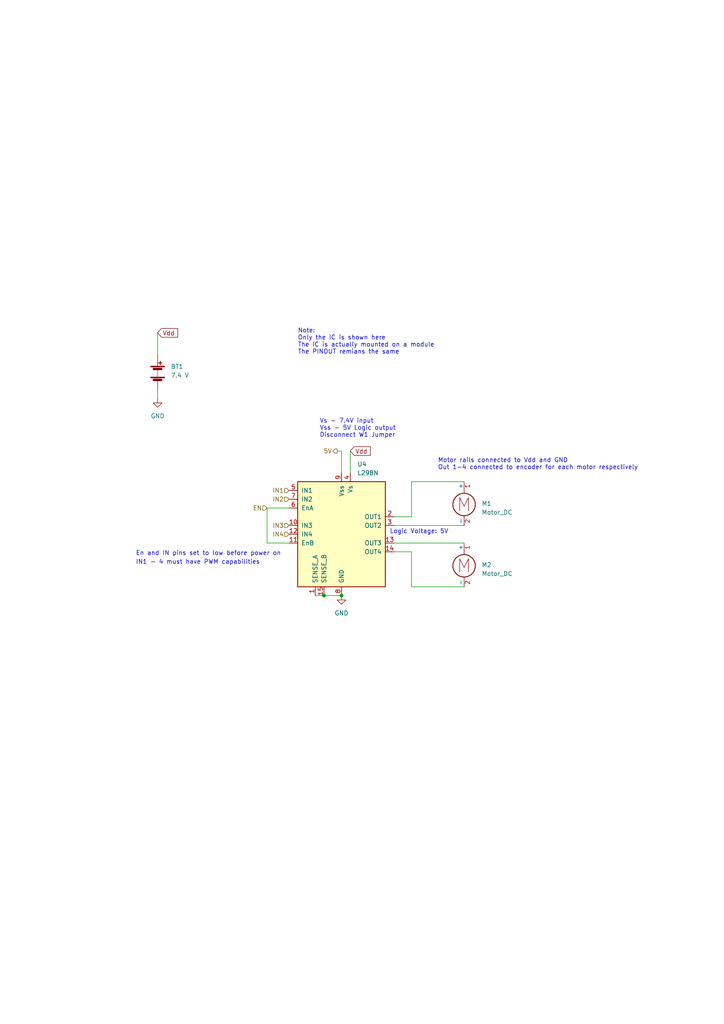
<source format=kicad_sch>
(kicad_sch (version 20211123) (generator eeschema)

  (uuid 3ada0022-6f16-4b20-9695-cabc11f2e01f)

  (paper "A4" portrait)

  (title_block
    (title "Electromechanical Subsystem")
    (date "2023-08-06")
    (rev "v1.0")
    (comment 2 "EEE3099F")
    (comment 3 "University of Cape Town")
    (comment 4 "Friso Vijverberg")
  )

  (lib_symbols
    (symbol "Device:Battery" (pin_numbers hide) (pin_names (offset 0) hide) (in_bom yes) (on_board yes)
      (property "Reference" "BT" (id 0) (at 2.54 2.54 0)
        (effects (font (size 1.27 1.27)) (justify left))
      )
      (property "Value" "Battery" (id 1) (at 2.54 0 0)
        (effects (font (size 1.27 1.27)) (justify left))
      )
      (property "Footprint" "" (id 2) (at 0 1.524 90)
        (effects (font (size 1.27 1.27)) hide)
      )
      (property "Datasheet" "~" (id 3) (at 0 1.524 90)
        (effects (font (size 1.27 1.27)) hide)
      )
      (property "ki_keywords" "batt voltage-source cell" (id 4) (at 0 0 0)
        (effects (font (size 1.27 1.27)) hide)
      )
      (property "ki_description" "Multiple-cell battery" (id 5) (at 0 0 0)
        (effects (font (size 1.27 1.27)) hide)
      )
      (symbol "Battery_0_1"
        (rectangle (start -2.032 -1.397) (end 2.032 -1.651)
          (stroke (width 0) (type default) (color 0 0 0 0))
          (fill (type outline))
        )
        (rectangle (start -2.032 1.778) (end 2.032 1.524)
          (stroke (width 0) (type default) (color 0 0 0 0))
          (fill (type outline))
        )
        (rectangle (start -1.3208 -1.9812) (end 1.27 -2.4892)
          (stroke (width 0) (type default) (color 0 0 0 0))
          (fill (type outline))
        )
        (rectangle (start -1.3208 1.1938) (end 1.27 0.6858)
          (stroke (width 0) (type default) (color 0 0 0 0))
          (fill (type outline))
        )
        (polyline
          (pts
            (xy 0 -1.524)
            (xy 0 -1.27)
          )
          (stroke (width 0) (type default) (color 0 0 0 0))
          (fill (type none))
        )
        (polyline
          (pts
            (xy 0 -1.016)
            (xy 0 -0.762)
          )
          (stroke (width 0) (type default) (color 0 0 0 0))
          (fill (type none))
        )
        (polyline
          (pts
            (xy 0 -0.508)
            (xy 0 -0.254)
          )
          (stroke (width 0) (type default) (color 0 0 0 0))
          (fill (type none))
        )
        (polyline
          (pts
            (xy 0 0)
            (xy 0 0.254)
          )
          (stroke (width 0) (type default) (color 0 0 0 0))
          (fill (type none))
        )
        (polyline
          (pts
            (xy 0 0.508)
            (xy 0 0.762)
          )
          (stroke (width 0) (type default) (color 0 0 0 0))
          (fill (type none))
        )
        (polyline
          (pts
            (xy 0 1.778)
            (xy 0 2.54)
          )
          (stroke (width 0) (type default) (color 0 0 0 0))
          (fill (type none))
        )
        (polyline
          (pts
            (xy 0.254 2.667)
            (xy 1.27 2.667)
          )
          (stroke (width 0.254) (type default) (color 0 0 0 0))
          (fill (type none))
        )
        (polyline
          (pts
            (xy 0.762 3.175)
            (xy 0.762 2.159)
          )
          (stroke (width 0.254) (type default) (color 0 0 0 0))
          (fill (type none))
        )
      )
      (symbol "Battery_1_1"
        (pin passive line (at 0 5.08 270) (length 2.54)
          (name "+" (effects (font (size 1.27 1.27))))
          (number "1" (effects (font (size 1.27 1.27))))
        )
        (pin passive line (at 0 -5.08 90) (length 2.54)
          (name "-" (effects (font (size 1.27 1.27))))
          (number "2" (effects (font (size 1.27 1.27))))
        )
      )
    )
    (symbol "Driver_Motor:L298N" (pin_names (offset 1.016)) (in_bom yes) (on_board yes)
      (property "Reference" "U" (id 0) (at -10.16 16.51 0)
        (effects (font (size 1.27 1.27)) (justify right))
      )
      (property "Value" "L298N" (id 1) (at 12.7 16.51 0)
        (effects (font (size 1.27 1.27)) (justify right))
      )
      (property "Footprint" "Package_TO_SOT_THT:TO-220-15_P2.54x2.54mm_StaggerOdd_Lead4.58mm_Vertical" (id 2) (at 1.27 -16.51 0)
        (effects (font (size 1.27 1.27)) (justify left) hide)
      )
      (property "Datasheet" "http://www.st.com/st-web-ui/static/active/en/resource/technical/document/datasheet/CD00000240.pdf" (id 3) (at 3.81 6.35 0)
        (effects (font (size 1.27 1.27)) hide)
      )
      (property "ki_keywords" "H-bridge motor driver" (id 4) (at 0 0 0)
        (effects (font (size 1.27 1.27)) hide)
      )
      (property "ki_description" "Dual full bridge motor driver, up to 46V, 4A, Multiwatt15-V" (id 5) (at 0 0 0)
        (effects (font (size 1.27 1.27)) hide)
      )
      (property "ki_fp_filters" "TO?220*StaggerOdd*Vertical*" (id 6) (at 0 0 0)
        (effects (font (size 1.27 1.27)) hide)
      )
      (symbol "L298N_0_1"
        (rectangle (start -12.7 15.24) (end 12.7 -15.24)
          (stroke (width 0.254) (type default) (color 0 0 0 0))
          (fill (type background))
        )
      )
      (symbol "L298N_1_1"
        (pin power_in line (at -7.62 -17.78 90) (length 2.54)
          (name "SENSE_A" (effects (font (size 1.27 1.27))))
          (number "1" (effects (font (size 1.27 1.27))))
        )
        (pin input line (at -15.24 2.54 0) (length 2.54)
          (name "IN3" (effects (font (size 1.27 1.27))))
          (number "10" (effects (font (size 1.27 1.27))))
        )
        (pin input line (at -15.24 -2.54 0) (length 2.54)
          (name "EnB" (effects (font (size 1.27 1.27))))
          (number "11" (effects (font (size 1.27 1.27))))
        )
        (pin input line (at -15.24 0 0) (length 2.54)
          (name "IN4" (effects (font (size 1.27 1.27))))
          (number "12" (effects (font (size 1.27 1.27))))
        )
        (pin output line (at 15.24 -2.54 180) (length 2.54)
          (name "OUT3" (effects (font (size 1.27 1.27))))
          (number "13" (effects (font (size 1.27 1.27))))
        )
        (pin output line (at 15.24 -5.08 180) (length 2.54)
          (name "OUT4" (effects (font (size 1.27 1.27))))
          (number "14" (effects (font (size 1.27 1.27))))
        )
        (pin power_in line (at -5.08 -17.78 90) (length 2.54)
          (name "SENSE_B" (effects (font (size 1.27 1.27))))
          (number "15" (effects (font (size 1.27 1.27))))
        )
        (pin output line (at 15.24 5.08 180) (length 2.54)
          (name "OUT1" (effects (font (size 1.27 1.27))))
          (number "2" (effects (font (size 1.27 1.27))))
        )
        (pin output line (at 15.24 2.54 180) (length 2.54)
          (name "OUT2" (effects (font (size 1.27 1.27))))
          (number "3" (effects (font (size 1.27 1.27))))
        )
        (pin power_in line (at 2.54 17.78 270) (length 2.54)
          (name "Vs" (effects (font (size 1.27 1.27))))
          (number "4" (effects (font (size 1.27 1.27))))
        )
        (pin input line (at -15.24 12.7 0) (length 2.54)
          (name "IN1" (effects (font (size 1.27 1.27))))
          (number "5" (effects (font (size 1.27 1.27))))
        )
        (pin input line (at -15.24 7.62 0) (length 2.54)
          (name "EnA" (effects (font (size 1.27 1.27))))
          (number "6" (effects (font (size 1.27 1.27))))
        )
        (pin input line (at -15.24 10.16 0) (length 2.54)
          (name "IN2" (effects (font (size 1.27 1.27))))
          (number "7" (effects (font (size 1.27 1.27))))
        )
        (pin power_in line (at 0 -17.78 90) (length 2.54)
          (name "GND" (effects (font (size 1.27 1.27))))
          (number "8" (effects (font (size 1.27 1.27))))
        )
        (pin power_in line (at 0 17.78 270) (length 2.54)
          (name "Vss" (effects (font (size 1.27 1.27))))
          (number "9" (effects (font (size 1.27 1.27))))
        )
      )
    )
    (symbol "Motor:Motor_DC" (pin_names (offset 0)) (in_bom yes) (on_board yes)
      (property "Reference" "M" (id 0) (at 2.54 2.54 0)
        (effects (font (size 1.27 1.27)) (justify left))
      )
      (property "Value" "Motor_DC" (id 1) (at 2.54 -5.08 0)
        (effects (font (size 1.27 1.27)) (justify left top))
      )
      (property "Footprint" "" (id 2) (at 0 -2.286 0)
        (effects (font (size 1.27 1.27)) hide)
      )
      (property "Datasheet" "~" (id 3) (at 0 -2.286 0)
        (effects (font (size 1.27 1.27)) hide)
      )
      (property "ki_keywords" "DC Motor" (id 4) (at 0 0 0)
        (effects (font (size 1.27 1.27)) hide)
      )
      (property "ki_description" "DC Motor" (id 5) (at 0 0 0)
        (effects (font (size 1.27 1.27)) hide)
      )
      (property "ki_fp_filters" "PinHeader*P2.54mm* TerminalBlock*" (id 6) (at 0 0 0)
        (effects (font (size 1.27 1.27)) hide)
      )
      (symbol "Motor_DC_0_0"
        (polyline
          (pts
            (xy -1.27 -3.302)
            (xy -1.27 0.508)
            (xy 0 -2.032)
            (xy 1.27 0.508)
            (xy 1.27 -3.302)
          )
          (stroke (width 0) (type default) (color 0 0 0 0))
          (fill (type none))
        )
      )
      (symbol "Motor_DC_0_1"
        (circle (center 0 -1.524) (radius 3.2512)
          (stroke (width 0.254) (type default) (color 0 0 0 0))
          (fill (type none))
        )
        (polyline
          (pts
            (xy 0 -7.62)
            (xy 0 -7.112)
          )
          (stroke (width 0) (type default) (color 0 0 0 0))
          (fill (type none))
        )
        (polyline
          (pts
            (xy 0 -4.7752)
            (xy 0 -5.1816)
          )
          (stroke (width 0) (type default) (color 0 0 0 0))
          (fill (type none))
        )
        (polyline
          (pts
            (xy 0 1.7272)
            (xy 0 2.0828)
          )
          (stroke (width 0) (type default) (color 0 0 0 0))
          (fill (type none))
        )
        (polyline
          (pts
            (xy 0 2.032)
            (xy 0 2.54)
          )
          (stroke (width 0) (type default) (color 0 0 0 0))
          (fill (type none))
        )
      )
      (symbol "Motor_DC_1_1"
        (pin passive line (at 0 5.08 270) (length 2.54)
          (name "+" (effects (font (size 1.27 1.27))))
          (number "1" (effects (font (size 1.27 1.27))))
        )
        (pin passive line (at 0 -7.62 90) (length 2.54)
          (name "-" (effects (font (size 1.27 1.27))))
          (number "2" (effects (font (size 1.27 1.27))))
        )
      )
    )
    (symbol "power:GND" (power) (pin_names (offset 0)) (in_bom yes) (on_board yes)
      (property "Reference" "#PWR" (id 0) (at 0 -6.35 0)
        (effects (font (size 1.27 1.27)) hide)
      )
      (property "Value" "GND" (id 1) (at 0 -3.81 0)
        (effects (font (size 1.27 1.27)))
      )
      (property "Footprint" "" (id 2) (at 0 0 0)
        (effects (font (size 1.27 1.27)) hide)
      )
      (property "Datasheet" "" (id 3) (at 0 0 0)
        (effects (font (size 1.27 1.27)) hide)
      )
      (property "ki_keywords" "power-flag" (id 4) (at 0 0 0)
        (effects (font (size 1.27 1.27)) hide)
      )
      (property "ki_description" "Power symbol creates a global label with name \"GND\" , ground" (id 5) (at 0 0 0)
        (effects (font (size 1.27 1.27)) hide)
      )
      (symbol "GND_0_1"
        (polyline
          (pts
            (xy 0 0)
            (xy 0 -1.27)
            (xy 1.27 -1.27)
            (xy 0 -2.54)
            (xy -1.27 -1.27)
            (xy 0 -1.27)
          )
          (stroke (width 0) (type default) (color 0 0 0 0))
          (fill (type none))
        )
      )
      (symbol "GND_1_1"
        (pin power_in line (at 0 0 270) (length 0) hide
          (name "GND" (effects (font (size 1.27 1.27))))
          (number "1" (effects (font (size 1.27 1.27))))
        )
      )
    )
  )

  (junction (at 93.98 172.72) (diameter 0) (color 0 0 0 0)
    (uuid 1b738344-1347-4279-93e5-08442bcfc296)
  )
  (junction (at 99.06 172.72) (diameter 0) (color 0 0 0 0)
    (uuid 483356a4-7bf3-4eb9-b476-acb78114473c)
  )

  (wire (pts (xy 114.3 157.48) (xy 134.62 157.48))
    (stroke (width 0) (type default) (color 0 0 0 0))
    (uuid 08c6c46d-a671-4ef4-b45e-b6f55f122948)
  )
  (wire (pts (xy 114.3 160.02) (xy 119.38 160.02))
    (stroke (width 0) (type default) (color 0 0 0 0))
    (uuid 195c919e-f914-451f-b143-15ecd1c59282)
  )
  (wire (pts (xy 91.44 172.72) (xy 93.98 172.72))
    (stroke (width 0) (type default) (color 0 0 0 0))
    (uuid 33c0956f-11f0-4cb6-994f-4de90af0af63)
  )
  (wire (pts (xy 119.38 139.7) (xy 134.62 139.7))
    (stroke (width 0) (type default) (color 0 0 0 0))
    (uuid 42582aeb-a675-45aa-8393-eed21eeec44a)
  )
  (wire (pts (xy 97.79 130.81) (xy 99.06 130.81))
    (stroke (width 0) (type default) (color 0 0 0 0))
    (uuid 42d19d06-7af5-4477-8ec3-1790763b9176)
  )
  (wire (pts (xy 99.06 130.81) (xy 99.06 137.16))
    (stroke (width 0) (type default) (color 0 0 0 0))
    (uuid 64b02ffc-1b2a-45d9-bed5-d17cdce92c9a)
  )
  (wire (pts (xy 114.3 152.4) (xy 134.62 152.4))
    (stroke (width 0) (type default) (color 0 0 0 0))
    (uuid 7c291294-b302-4add-93a4-9066c2df905f)
  )
  (wire (pts (xy 93.98 172.72) (xy 99.06 172.72))
    (stroke (width 0) (type default) (color 0 0 0 0))
    (uuid 8abf0a0f-d7c3-4f2e-9d2d-a790aeb265ce)
  )
  (wire (pts (xy 134.62 170.18) (xy 119.38 170.18))
    (stroke (width 0) (type default) (color 0 0 0 0))
    (uuid b78376c4-90d8-4ac3-b699-e38bb9783d82)
  )
  (wire (pts (xy 119.38 170.18) (xy 119.38 160.02))
    (stroke (width 0) (type default) (color 0 0 0 0))
    (uuid bcd0b5e4-443b-4609-a5e8-ba80fd185ca9)
  )
  (wire (pts (xy 101.6 130.81) (xy 101.6 137.16))
    (stroke (width 0) (type default) (color 0 0 0 0))
    (uuid be6d243b-2678-442f-bc5c-46de5fa89ee6)
  )
  (wire (pts (xy 119.38 149.86) (xy 119.38 139.7))
    (stroke (width 0) (type default) (color 0 0 0 0))
    (uuid c6eaf811-4290-4df8-a313-696a209095a9)
  )
  (wire (pts (xy 45.72 113.03) (xy 45.72 115.57))
    (stroke (width 0) (type default) (color 0 0 0 0))
    (uuid d766289a-2c14-45a1-8ccb-8f4cc3530d31)
  )
  (wire (pts (xy 77.47 157.48) (xy 83.82 157.48))
    (stroke (width 0) (type default) (color 0 0 0 0))
    (uuid e05d308f-b176-4464-93f4-087360e9c7de)
  )
  (wire (pts (xy 77.47 147.32) (xy 77.47 157.48))
    (stroke (width 0) (type default) (color 0 0 0 0))
    (uuid f037fe8b-137e-4344-bbc7-2b83bd49fcce)
  )
  (wire (pts (xy 45.72 96.52) (xy 45.72 102.87))
    (stroke (width 0) (type default) (color 0 0 0 0))
    (uuid fb29dbe8-371a-42c7-ad8c-442a62619911)
  )
  (wire (pts (xy 77.47 147.32) (xy 83.82 147.32))
    (stroke (width 0) (type default) (color 0 0 0 0))
    (uuid ff2511e7-0d2d-4e1d-b63b-c44140f423f1)
  )
  (wire (pts (xy 114.3 149.86) (xy 119.38 149.86))
    (stroke (width 0) (type default) (color 0 0 0 0))
    (uuid ff5541de-a841-4a7a-82ac-3d449d67498f)
  )

  (text "IN1 - 4 must have PWM capabilities\n" (at 39.37 163.83 0)
    (effects (font (size 1.27 1.27)) (justify left bottom))
    (uuid 13ef9c1a-ca8c-464b-9308-19914287b515)
  )
  (text "En and IN pins set to low before power on\n" (at 39.37 161.29 0)
    (effects (font (size 1.27 1.27)) (justify left bottom))
    (uuid 347be2d0-e239-45fe-b4af-d32554aa0a67)
  )
  (text "Logic Voltage: 5V\n" (at 113.03 154.94 0)
    (effects (font (size 1.27 1.27)) (justify left bottom))
    (uuid 551bffdd-522c-4220-aa19-bb974fcb0f21)
  )
  (text "Vs - 7.4V input\nVss - 5V Logic output\nDisconnect W1 Jumper\n"
    (at 92.71 127 0)
    (effects (font (size 1.27 1.27)) (justify left bottom))
    (uuid 77b58def-02a4-4e93-9df4-c00dd20b3045)
  )
  (text "Motor rails connected to Vdd and GND\nOut 1-4 connected to encoder for each motor respectively\n\n"
    (at 127 138.43 0)
    (effects (font (size 1.27 1.27)) (justify left bottom))
    (uuid e1a32b98-8ca9-4fff-8d53-808b5829ef41)
  )
  (text "Note: \nOnly the IC is shown here\nThe IC is actually mounted on a module\nThe PINOUT remians the same"
    (at 86.36 102.87 0)
    (effects (font (size 1.27 1.27)) (justify left bottom))
    (uuid fe7b12f8-3958-48c4-9cce-6da0a506abd7)
  )

  (global_label "Vdd" (shape input) (at 101.6 130.81 0) (fields_autoplaced)
    (effects (font (size 1.27 1.27)) (justify left))
    (uuid 23aff399-4cd8-484e-b9a2-46625ffd5d4c)
    (property "Intersheet References" "${INTERSHEET_REFS}" (id 0) (at 107.3998 130.7306 0)
      (effects (font (size 1.27 1.27)) (justify left) hide)
    )
  )
  (global_label "Vdd" (shape input) (at 45.72 96.52 0) (fields_autoplaced)
    (effects (font (size 1.27 1.27)) (justify left))
    (uuid 8cbfe422-77cb-4705-b5da-734beb35f1bd)
    (property "Intersheet References" "${INTERSHEET_REFS}" (id 0) (at 51.5198 96.4406 0)
      (effects (font (size 1.27 1.27)) (justify left) hide)
    )
  )

  (hierarchical_label "5V" (shape output) (at 97.79 130.81 180)
    (effects (font (size 1.27 1.27)) (justify right))
    (uuid 0a66137e-0fae-4e2e-bfd8-0ed9639ab2b0)
  )
  (hierarchical_label "IN2" (shape input) (at 83.82 144.78 180)
    (effects (font (size 1.27 1.27)) (justify right))
    (uuid 22cf6cae-3595-4e8f-8385-9d860980bf08)
  )
  (hierarchical_label "IN3" (shape input) (at 83.82 152.4 180)
    (effects (font (size 1.27 1.27)) (justify right))
    (uuid 386d1073-b161-4102-8ea0-5fb2b65381fc)
  )
  (hierarchical_label "IN4" (shape input) (at 83.82 154.94 180)
    (effects (font (size 1.27 1.27)) (justify right))
    (uuid 614620e1-e402-4f7a-8923-d612416027db)
  )
  (hierarchical_label "EN" (shape input) (at 77.47 147.32 180)
    (effects (font (size 1.27 1.27)) (justify right))
    (uuid bed384de-f000-470b-a915-63b586e0928e)
  )
  (hierarchical_label "IN1" (shape input) (at 83.82 142.24 180)
    (effects (font (size 1.27 1.27)) (justify right))
    (uuid f893bde9-1ab6-40ba-9fe7-8617d16c8a06)
  )

  (symbol (lib_id "power:GND") (at 99.06 172.72 0) (unit 1)
    (in_bom yes) (on_board yes) (fields_autoplaced)
    (uuid 58be63b7-b541-4c78-b3b1-fecdef0b252a)
    (property "Reference" "#PWR06" (id 0) (at 99.06 179.07 0)
      (effects (font (size 1.27 1.27)) hide)
    )
    (property "Value" "GND" (id 1) (at 99.06 177.8 0))
    (property "Footprint" "" (id 2) (at 99.06 172.72 0)
      (effects (font (size 1.27 1.27)) hide)
    )
    (property "Datasheet" "" (id 3) (at 99.06 172.72 0)
      (effects (font (size 1.27 1.27)) hide)
    )
    (pin "1" (uuid f8ac6aaf-14a7-4186-8b8c-82680e110fa3))
  )

  (symbol (lib_id "Motor:Motor_DC") (at 134.62 162.56 0) (unit 1)
    (in_bom yes) (on_board yes) (fields_autoplaced)
    (uuid 76fade30-287e-415d-93e4-ab6016d247bc)
    (property "Reference" "M2" (id 0) (at 139.7 163.8299 0)
      (effects (font (size 1.27 1.27)) (justify left))
    )
    (property "Value" "Motor_DC" (id 1) (at 139.7 166.3699 0)
      (effects (font (size 1.27 1.27)) (justify left))
    )
    (property "Footprint" "" (id 2) (at 134.62 164.846 0)
      (effects (font (size 1.27 1.27)) hide)
    )
    (property "Datasheet" "~" (id 3) (at 134.62 164.846 0)
      (effects (font (size 1.27 1.27)) hide)
    )
    (pin "1" (uuid 78e2c918-b56e-4c12-a45f-9a310ea77ba4))
    (pin "2" (uuid 6f0ff2f8-7a9c-4145-8710-695cb403fdae))
  )

  (symbol (lib_id "Device:Battery") (at 45.72 107.95 0) (unit 1)
    (in_bom yes) (on_board yes) (fields_autoplaced)
    (uuid b421c8a9-04c0-45ba-909f-c15aa633f138)
    (property "Reference" "BT1" (id 0) (at 49.53 106.2989 0)
      (effects (font (size 1.27 1.27)) (justify left))
    )
    (property "Value" "7.4 V" (id 1) (at 49.53 108.8389 0)
      (effects (font (size 1.27 1.27)) (justify left))
    )
    (property "Footprint" "" (id 2) (at 45.72 106.426 90)
      (effects (font (size 1.27 1.27)) hide)
    )
    (property "Datasheet" "~" (id 3) (at 45.72 106.426 90)
      (effects (font (size 1.27 1.27)) hide)
    )
    (pin "1" (uuid 306c8fcf-d54a-4807-a6e9-b775da2d0ba1))
    (pin "2" (uuid 8608b54c-9434-4fe4-94b1-f5fec7eff33f))
  )

  (symbol (lib_id "Motor:Motor_DC") (at 134.62 144.78 0) (unit 1)
    (in_bom yes) (on_board yes) (fields_autoplaced)
    (uuid c1ff2240-934b-43f7-9fe5-99b416e49d52)
    (property "Reference" "M1" (id 0) (at 139.7 146.0499 0)
      (effects (font (size 1.27 1.27)) (justify left))
    )
    (property "Value" "Motor_DC" (id 1) (at 139.7 148.5899 0)
      (effects (font (size 1.27 1.27)) (justify left))
    )
    (property "Footprint" "" (id 2) (at 134.62 147.066 0)
      (effects (font (size 1.27 1.27)) hide)
    )
    (property "Datasheet" "~" (id 3) (at 134.62 147.066 0)
      (effects (font (size 1.27 1.27)) hide)
    )
    (pin "1" (uuid 1c3062ae-8360-48f9-8519-b6f2fe76a553))
    (pin "2" (uuid fd5d6402-32e5-428b-979c-348c79ae65b9))
  )

  (symbol (lib_id "power:GND") (at 45.72 115.57 0) (unit 1)
    (in_bom yes) (on_board yes) (fields_autoplaced)
    (uuid c6d07eec-e52e-4ea9-a1be-175f1f2c08c0)
    (property "Reference" "#PWR05" (id 0) (at 45.72 121.92 0)
      (effects (font (size 1.27 1.27)) hide)
    )
    (property "Value" "GND" (id 1) (at 45.72 120.65 0))
    (property "Footprint" "" (id 2) (at 45.72 115.57 0)
      (effects (font (size 1.27 1.27)) hide)
    )
    (property "Datasheet" "" (id 3) (at 45.72 115.57 0)
      (effects (font (size 1.27 1.27)) hide)
    )
    (pin "1" (uuid 99c27567-30c8-4797-a879-c254366e9576))
  )

  (symbol (lib_id "Driver_Motor:L298N") (at 99.06 154.94 0) (unit 1)
    (in_bom yes) (on_board yes) (fields_autoplaced)
    (uuid d43d3a63-57eb-4329-a302-96f700133f22)
    (property "Reference" "U4" (id 0) (at 103.6194 134.62 0)
      (effects (font (size 1.27 1.27)) (justify left))
    )
    (property "Value" "L298N" (id 1) (at 103.6194 137.16 0)
      (effects (font (size 1.27 1.27)) (justify left))
    )
    (property "Footprint" "Package_TO_SOT_THT:TO-220-15_P2.54x2.54mm_StaggerOdd_Lead4.58mm_Vertical" (id 2) (at 100.33 171.45 0)
      (effects (font (size 1.27 1.27)) (justify left) hide)
    )
    (property "Datasheet" "http://www.st.com/st-web-ui/static/active/en/resource/technical/document/datasheet/CD00000240.pdf" (id 3) (at 102.87 148.59 0)
      (effects (font (size 1.27 1.27)) hide)
    )
    (pin "1" (uuid 328c87ab-4e0c-46bc-b040-2e9a4858a127))
    (pin "10" (uuid b0997f76-5f9f-44d5-ad28-814d5d22c315))
    (pin "11" (uuid 7d5f6eaf-6418-41bb-b1bb-241f32cbdb9e))
    (pin "12" (uuid c9de28ee-89d7-49e3-9a77-991702caf7b9))
    (pin "13" (uuid 5159cca5-7d3c-4191-aca9-3d9d41618702))
    (pin "14" (uuid 084b6011-6469-4e06-9ad2-86ab7d45ceb3))
    (pin "15" (uuid dfef0419-0220-47d4-89ce-b9b4068b288a))
    (pin "2" (uuid 17425888-956a-41a6-9358-be828349d316))
    (pin "3" (uuid 658fbf95-f473-4692-822b-8da588c2edc2))
    (pin "4" (uuid d5e3faad-6dd2-4582-99d6-8c5e6152bdd3))
    (pin "5" (uuid d388b774-ee7f-442c-b2f0-f65a21961c67))
    (pin "6" (uuid aa80ecd6-648a-44e8-9e45-d57cadacca2f))
    (pin "7" (uuid d36b3d6c-3a7d-4adc-b22a-69587bb2b5f2))
    (pin "8" (uuid 9ad26e34-88e2-425f-a69a-2ee5f37ccc40))
    (pin "9" (uuid 397e24dc-7fcd-49ae-9c63-9deadf7154d5))
  )
)

</source>
